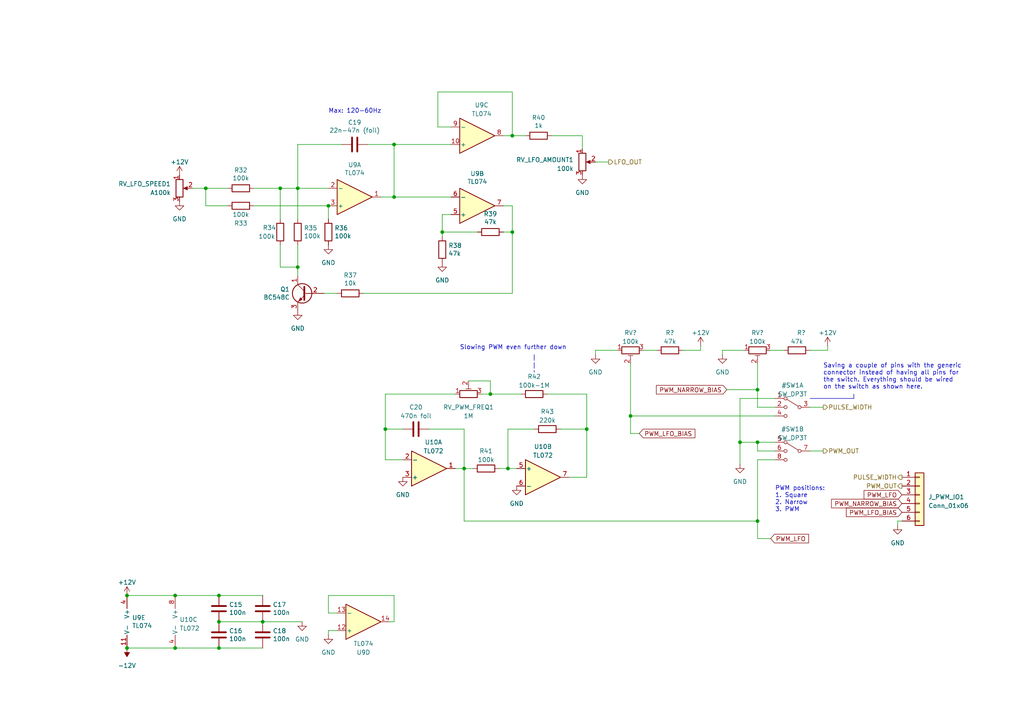
<source format=kicad_sch>
(kicad_sch (version 20230121) (generator eeschema)
  (paper "A4")
  (lib_symbols
    (symbol "+12V_1" (power) (pin_names (offset 0))
      (property "Value" "+12V_1" (at 0 3.556 0))
      (symbol "+12V_1_0_1"
        (polyline (pts (xy -0.762 1.27) (xy 0 2.54)))
        (polyline (pts (xy 0 0) (xy 0 2.54)))
        (polyline (pts (xy 0 2.54) (xy 0.762 1.27)))
      )
      (symbol "+12V_1_1_1"
        (pin power_in line (at 0 0 90) (length 0) hide (name "+12V") (number "1"))
      )
    )
    (symbol "+12V_2" (power) (pin_names (offset 0))
      (property "Value" "+12V_2" (at 0 3.556 0))
      (symbol "+12V_2_0_1"
        (polyline (pts (xy -0.762 1.27) (xy 0 2.54)))
        (polyline (pts (xy 0 0) (xy 0 2.54)))
        (polyline (pts (xy 0 2.54) (xy 0.762 1.27)))
      )
      (symbol "+12V_2_1_1"
        (pin power_in line (at 0 0 90) (length 0) hide (name "+12V") (number "1"))
      )
    )
    (symbol "+12V_3" (power) (pin_names (offset 0))
      (property "Value" "+12V_3" (at 0 3.556 0))
      (symbol "+12V_3_0_1"
        (polyline (pts (xy -0.762 1.27) (xy 0 2.54)))
        (polyline (pts (xy 0 0) (xy 0 2.54)))
        (polyline (pts (xy 0 2.54) (xy 0.762 1.27)))
      )
      (symbol "+12V_3_1_1"
        (pin power_in line (at 0 0 90) (length 0) hide (name "+12V") (number "1"))
      )
    )
    (symbol "Amplifier_Operational:TL072" (pin_names (offset 0.127))
      (property "Reference" "U" (at 0 5.08 0))
      (property "Value" "TL072" (at 0 -5.08 0))
      (symbol "TL072_1_1"
        (polyline (pts (xy -5.08 5.08) (xy 5.08 0) (xy -5.08 -5.08) (xy -5.08 5.08)) (stroke (width 0.254)) (fill (type background)))
        (pin output line (at 7.62 0 180) (length 2.54) (name "~") (number "1"))
        (pin input line (at -7.62 -2.54 0) (length 2.54) (name "-") (number "2"))
        (pin input line (at -7.62 2.54 0) (length 2.54) (name "+") (number "3"))
      )
      (symbol "TL072_2_1"
        (polyline (pts (xy -5.08 5.08) (xy 5.08 0) (xy -5.08 -5.08) (xy -5.08 5.08)) (stroke (width 0.254)) (fill (type background)))
        (pin input line (at -7.62 2.54 0) (length 2.54) (name "+") (number "5"))
        (pin input line (at -7.62 -2.54 0) (length 2.54) (name "-") (number "6"))
        (pin output line (at 7.62 0 180) (length 2.54) (name "~") (number "7"))
      )
      (symbol "TL072_3_1"
        (pin power_in line (at -2.54 -7.62 90) (length 3.81) (name "V-") (number "4"))
        (pin power_in line (at -2.54 7.62 270) (length 3.81) (name "V+") (number "8"))
      )
    )
    (symbol "Amplifier_Operational:TL074" (pin_names (offset 0.127))
      (property "Reference" "U" (at 0 5.08 0))
      (property "Value" "TL074" (at 0 -5.08 0))
      (symbol "TL074_1_1"
        (polyline (pts (xy -5.08 5.08) (xy 5.08 0) (xy -5.08 -5.08) (xy -5.08 5.08)) (stroke (width 0.254)) (fill (type background)))
        (pin output line (at 7.62 0 180) (length 2.54) (name "~") (number "1"))
        (pin input line (at -7.62 -2.54 0) (length 2.54) (name "-") (number "2"))
        (pin input line (at -7.62 2.54 0) (length 2.54) (name "+") (number "3"))
      )
      (symbol "TL074_2_1"
        (polyline (pts (xy -5.08 5.08) (xy 5.08 0) (xy -5.08 -5.08) (xy -5.08 5.08)) (stroke (width 0.254)) (fill (type background)))
        (pin input line (at -7.62 2.54 0) (length 2.54) (name "+") (number "5"))
        (pin input line (at -7.62 -2.54 0) (length 2.54) (name "-") (number "6"))
        (pin output line (at 7.62 0 180) (length 2.54) (name "~") (number "7"))
      )
      (symbol "TL074_3_1"
        (polyline (pts (xy -5.08 5.08) (xy 5.08 0) (xy -5.08 -5.08) (xy -5.08 5.08)) (stroke (width 0.254)) (fill (type background)))
        (pin input line (at -7.62 2.54 0) (length 2.54) (name "+") (number "10"))
        (pin output line (at 7.62 0 180) (length 2.54) (name "~") (number "8"))
        (pin input line (at -7.62 -2.54 0) (length 2.54) (name "-") (number "9"))
      )
      (symbol "TL074_4_1"
        (polyline (pts (xy -5.08 5.08) (xy 5.08 0) (xy -5.08 -5.08) (xy -5.08 5.08)) (stroke (width 0.254)) (fill (type background)))
        (pin input line (at -7.62 2.54 0) (length 2.54) (name "+") (number "12"))
        (pin input line (at -7.62 -2.54 0) (length 2.54) (name "-") (number "13"))
        (pin output line (at 7.62 0 180) (length 2.54) (name "~") (number "14"))
      )
      (symbol "TL074_5_1"
        (pin power_in line (at -2.54 -7.62 90) (length 3.81) (name "V-") (number "11"))
        (pin power_in line (at -2.54 7.62 270) (length 3.81) (name "V+") (number "4"))
      )
    )
    (symbol "Connector_Generic:Conn_01x06" (pin_names (offset 1.016) hide)
      (property "Reference" "J" (at 0 7.62 0))
      (property "Value" "Conn_01x06" (at 0 -10.16 0))
      (symbol "Conn_01x06_1_1"
        (rectangle (start -1.27 -7.493) (end 0 -7.747) (stroke (width 0.1524)))
        (rectangle (start -1.27 -4.953) (end 0 -5.207) (stroke (width 0.1524)))
        (rectangle (start -1.27 -2.413) (end 0 -2.667) (stroke (width 0.1524)))
        (rectangle (start -1.27 0.127) (end 0 -0.127) (stroke (width 0.1524)))
        (rectangle (start -1.27 2.667) (end 0 2.413) (stroke (width 0.1524)))
        (rectangle (start -1.27 5.207) (end 0 4.953) (stroke (width 0.1524)))
        (rectangle (start -1.27 6.35) (end 1.27 -8.89) (stroke (width 0.254)) (fill (type background)))
        (pin passive line (at -5.08 5.08 0) (length 3.81) (name "Pin_1") (number "1"))
        (pin passive line (at -5.08 2.54 0) (length 3.81) (name "Pin_2") (number "2"))
        (pin passive line (at -5.08 0 0) (length 3.81) (name "Pin_3") (number "3"))
        (pin passive line (at -5.08 -2.54 0) (length 3.81) (name "Pin_4") (number "4"))
        (pin passive line (at -5.08 -5.08 0) (length 3.81) (name "Pin_5") (number "5"))
        (pin passive line (at -5.08 -7.62 0) (length 3.81) (name "Pin_6") (number "6"))
      )
    )
    (symbol "Device:C" (pin_numbers hide) (pin_names (offset 0.254))
      (property "Reference" "C" (at 0.635 2.54 0))
      (property "Value" "C" (at 0.635 -2.54 0))
      (symbol "C_0_1"
        (polyline (pts (xy -2.032 -0.762) (xy 2.032 -0.762)) (stroke (width 0.508)))
        (polyline (pts (xy -2.032 0.762) (xy 2.032 0.762)) (stroke (width 0.508)))
      )
      (symbol "C_1_1"
        (pin passive line (at 0 3.81 270) (length 2.794) (name "~") (number "1"))
        (pin passive line (at 0 -3.81 90) (length 2.794) (name "~") (number "2"))
      )
    )
    (symbol "Device:R" (pin_numbers hide) (pin_names (offset 0))
      (property "Reference" "R" (at 2.032 0 90))
      (property "Value" "R" (at 0 0 90))
      (symbol "R_0_1"
        (rectangle (start -1.016 -2.54) (end 1.016 2.54) (stroke (width 0.254)))
      )
      (symbol "R_1_1"
        (pin passive line (at 0 3.81 270) (length 1.27) (name "~") (number "1"))
        (pin passive line (at 0 -3.81 90) (length 1.27) (name "~") (number "2"))
      )
    )
    (symbol "Device:R_Potentiometer" (pin_names (offset 1.016) hide)
      (property "Reference" "RV" (at -4.445 0 90))
      (property "Value" "R_Potentiometer" (at -2.54 0 90))
      (symbol "R_Potentiometer_0_1"
        (polyline (pts (xy 2.54 0) (xy 1.524 0)))
        (polyline (pts (xy 1.143 0) (xy 2.286 0.508) (xy 2.286 -0.508) (xy 1.143 0)) (fill (type outline)))
        (rectangle (start 1.016 2.54) (end -1.016 -2.54) (stroke (width 0.254)))
      )
      (symbol "R_Potentiometer_1_1"
        (pin passive line (at 0 3.81 270) (length 1.27) (name "1") (number "1"))
        (pin passive line (at 3.81 0 180) (length 1.27) (name "2") (number "2"))
        (pin passive line (at 0 -3.81 90) (length 1.27) (name "3") (number "3"))
      )
    )
    (symbol "Device:R_Potentiometer_Trim" (pin_names (offset 1.016) hide)
      (property "Reference" "RV" (at -4.445 0 90))
      (property "Value" "R_Potentiometer_Trim" (at -2.54 0 90))
      (symbol "R_Potentiometer_Trim_0_1"
        (polyline (pts (xy 1.524 0.762) (xy 1.524 -0.762)))
        (polyline (pts (xy 2.54 0) (xy 1.524 0)))
        (rectangle (start 1.016 2.54) (end -1.016 -2.54) (stroke (width 0.254)))
      )
      (symbol "R_Potentiometer_Trim_1_1"
        (pin passive line (at 0 3.81 270) (length 1.27) (name "1") (number "1"))
        (pin passive line (at 3.81 0 180) (length 1.27) (name "2") (number "2"))
        (pin passive line (at 0 -3.81 90) (length 1.27) (name "3") (number "3"))
      )
    )
    (symbol "GND_1" (power) (pin_names (offset 0))
      (property "Value" "GND_1" (at 0 -3.81 0))
      (symbol "GND_1_0_1"
        (polyline (pts (xy 0 0) (xy 0 -1.27) (xy 1.27 -1.27) (xy 0 -2.54) (xy -1.27 -1.27) (xy 0 -1.27)))
      )
      (symbol "GND_1_1_1"
        (pin power_in line (at 0 0 270) (length 0) hide (name "GND") (number "1"))
      )
    )
    (symbol "GND_10" (power) (pin_names (offset 0))
      (property "Value" "GND_10" (at 0 -3.81 0))
      (symbol "GND_10_0_1"
        (polyline (pts (xy 0 0) (xy 0 -1.27) (xy 1.27 -1.27) (xy 0 -2.54) (xy -1.27 -1.27) (xy 0 -1.27)))
      )
      (symbol "GND_10_1_1"
        (pin power_in line (at 0 0 270) (length 0) hide (name "GND") (number "1"))
      )
    )
    (symbol "GND_11" (power) (pin_names (offset 0))
      (property "Value" "GND_11" (at 0 -3.81 0))
      (symbol "GND_11_0_1"
        (polyline (pts (xy 0 0) (xy 0 -1.27) (xy 1.27 -1.27) (xy 0 -2.54) (xy -1.27 -1.27) (xy 0 -1.27)))
      )
      (symbol "GND_11_1_1"
        (pin power_in line (at 0 0 270) (length 0) hide (name "GND") (number "1"))
      )
    )
    (symbol "GND_2" (power) (pin_names (offset 0))
      (property "Value" "GND_2" (at 0 -3.81 0))
      (symbol "GND_2_0_1"
        (polyline (pts (xy 0 0) (xy 0 -1.27) (xy 1.27 -1.27) (xy 0 -2.54) (xy -1.27 -1.27) (xy 0 -1.27)))
      )
      (symbol "GND_2_1_1"
        (pin power_in line (at 0 0 270) (length 0) hide (name "GND") (number "1"))
      )
    )
    (symbol "GND_3" (power) (pin_names (offset 0))
      (property "Value" "GND_3" (at 0 -3.81 0))
      (symbol "GND_3_0_1"
        (polyline (pts (xy 0 0) (xy 0 -1.27) (xy 1.27 -1.27) (xy 0 -2.54) (xy -1.27 -1.27) (xy 0 -1.27)))
      )
      (symbol "GND_3_1_1"
        (pin power_in line (at 0 0 270) (length 0) hide (name "GND") (number "1"))
      )
    )
    (symbol "GND_4" (power) (pin_names (offset 0))
      (property "Value" "GND_4" (at 0 -3.81 0))
      (symbol "GND_4_0_1"
        (polyline (pts (xy 0 0) (xy 0 -1.27) (xy 1.27 -1.27) (xy 0 -2.54) (xy -1.27 -1.27) (xy 0 -1.27)))
      )
      (symbol "GND_4_1_1"
        (pin power_in line (at 0 0 270) (length 0) hide (name "GND") (number "1"))
      )
    )
    (symbol "GND_5" (power) (pin_names (offset 0))
      (property "Value" "GND_5" (at 0 -3.81 0))
      (symbol "GND_5_0_1"
        (polyline (pts (xy 0 0) (xy 0 -1.27) (xy 1.27 -1.27) (xy 0 -2.54) (xy -1.27 -1.27) (xy 0 -1.27)))
      )
      (symbol "GND_5_1_1"
        (pin power_in line (at 0 0 270) (length 0) hide (name "GND") (number "1"))
      )
    )
    (symbol "GND_6" (power) (pin_names (offset 0))
      (property "Value" "GND_6" (at 0 -3.81 0))
      (symbol "GND_6_0_1"
        (polyline (pts (xy 0 0) (xy 0 -1.27) (xy 1.27 -1.27) (xy 0 -2.54) (xy -1.27 -1.27) (xy 0 -1.27)))
      )
      (symbol "GND_6_1_1"
        (pin power_in line (at 0 0 270) (length 0) hide (name "GND") (number "1"))
      )
    )
    (symbol "GND_7" (power) (pin_names (offset 0))
      (property "Value" "GND_7" (at 0 -3.81 0))
      (symbol "GND_7_0_1"
        (polyline (pts (xy 0 0) (xy 0 -1.27) (xy 1.27 -1.27) (xy 0 -2.54) (xy -1.27 -1.27) (xy 0 -1.27)))
      )
      (symbol "GND_7_1_1"
        (pin power_in line (at 0 0 270) (length 0) hide (name "GND") (number "1"))
      )
    )
    (symbol "GND_8" (power) (pin_names (offset 0))
      (property "Value" "GND_8" (at 0 -3.81 0))
      (symbol "GND_8_0_1"
        (polyline (pts (xy 0 0) (xy 0 -1.27) (xy 1.27 -1.27) (xy 0 -2.54) (xy -1.27 -1.27) (xy 0 -1.27)))
      )
      (symbol "GND_8_1_1"
        (pin power_in line (at 0 0 270) (length 0) hide (name "GND") (number "1"))
      )
    )
    (symbol "GND_9" (power) (pin_names (offset 0))
      (property "Value" "GND_9" (at 0 -3.81 0))
      (symbol "GND_9_0_1"
        (polyline (pts (xy 0 0) (xy 0 -1.27) (xy 1.27 -1.27) (xy 0 -2.54) (xy -1.27 -1.27) (xy 0 -1.27)))
      )
      (symbol "GND_9_1_1"
        (pin power_in line (at 0 0 270) (length 0) hide (name "GND") (number "1"))
      )
    )
    (symbol "Switch:SW_DP3T" (pin_names (offset 0) hide)
      (property "Reference" "SW" (at 0 5.08 0))
      (property "Value" "SW_DP3T" (at 0 -5.08 0))
      (symbol "SW_DP3T_0_1"
        (circle (center -2.032 0) (radius 0.4572))
        (polyline (pts (xy -1.651 0.254) (xy 1.651 2.286)))
        (circle (center 2.032 -2.54) (radius 0.4572))
        (circle (center 2.032 0) (radius 0.4572))
        (circle (center 2.032 2.54) (radius 0.4572))
      )
      (symbol "SW_DP3T_1_1"
        (pin passive line (at 5.08 2.54 180) (length 2.54) (name "1") (number "1"))
        (pin passive line (at 5.08 0 180) (length 2.54) (name "2") (number "2"))
        (pin passive line (at -5.08 0 0) (length 2.54) (name "3") (number "3"))
        (pin passive line (at 5.08 -2.54 180) (length 2.54) (name "4") (number "4"))
      )
      (symbol "SW_DP3T_2_1"
        (pin passive line (at 5.08 2.54 180) (length 2.54) (name "5") (number "5"))
        (pin passive line (at 5.08 0 180) (length 2.54) (name "6") (number "6"))
        (pin passive line (at -5.08 0 0) (length 2.54) (name "7") (number "7"))
        (pin passive line (at 5.08 -2.54 180) (length 2.54) (name "8") (number "8"))
      )
    )
    (symbol "Transistor_BJT:BC548" (pin_names (offset 0) hide)
      (property "Reference" "Q" (at 5.08 1.905 0))
      (property "Value" "BC548" (at 5.08 0 0))
      (symbol "BC548_0_1"
        (polyline (pts (xy 0 0) (xy 0.635 0)))
        (polyline (pts (xy 0.635 0.635) (xy 2.54 2.54)))
        (polyline (pts (xy 0.635 -0.635) (xy 2.54 -2.54) (xy 2.54 -2.54)))
        (polyline (pts (xy 0.635 1.905) (xy 0.635 -1.905) (xy 0.635 -1.905)) (stroke (width 0.508)))
        (polyline (pts (xy 1.27 -1.778) (xy 1.778 -1.27) (xy 2.286 -2.286) (xy 1.27 -1.778) (xy 1.27 -1.778)) (fill (type outline)))
        (circle (center 1.27 0) (radius 2.8194) (stroke (width 0.254)))
      )
      (symbol "BC548_1_1"
        (pin passive line (at 2.54 5.08 270) (length 2.54) (name "C") (number "1"))
        (pin input line (at -5.08 0 0) (length 5.08) (name "B") (number "2"))
        (pin passive line (at 2.54 -5.08 90) (length 2.54) (name "E") (number "3"))
      )
    )
    (symbol "power:+12V" (power) (pin_names (offset 0))
      (property "Value" "+12V" (at 0 3.556 0))
      (symbol "+12V_0_1"
        (polyline (pts (xy -0.762 1.27) (xy 0 2.54)))
        (polyline (pts (xy 0 0) (xy 0 2.54)))
        (polyline (pts (xy 0 2.54) (xy 0.762 1.27)))
      )
      (symbol "+12V_1_1"
        (pin power_in line (at 0 0 90) (length 0) hide (name "+12V") (number "1"))
      )
    )
    (symbol "power:-12V" (power) (pin_names (offset 0))
      (property "Value" "-12V" (at 0 3.81 0))
      (symbol "-12V_0_0"
        (pin power_in line (at 0 0 90) (length 0) hide (name "-12V") (number "1"))
      )
      (symbol "-12V_0_1"
        (polyline (pts (xy 0 0) (xy 0 1.27) (xy 0.762 1.27) (xy 0 2.54) (xy -0.762 1.27) (xy 0 1.27)) (fill (type outline)))
      )
    )
    (symbol "power:GND" (power) (pin_names (offset 0))
      (property "Value" "GND" (at 0 -3.81 0))
      (symbol "GND_0_1"
        (polyline (pts (xy 0 0) (xy 0 -1.27) (xy 1.27 -1.27) (xy 0 -2.54) (xy -1.27 -1.27) (xy 0 -1.27)))
      )
      (symbol "GND_1_1"
        (pin power_in line (at 0 0 270) (length 0) hide (name "GND") (number "1"))
      )
    )
  )
  (junction (at 81.28 54.61))
  (junction (at 114.3 41.91))
  (junction (at 219.71 128.27))
  (junction (at 182.88 120.65))
  (junction (at 86.36 77.47))
  (junction (at 63.5 187.96))
  (junction (at 147.32 135.89))
  (junction (at 111.76 124.46))
  (junction (at 63.5 180.34))
  (junction (at 86.36 54.61))
  (junction (at 50.8 172.72))
  (junction (at 114.3 57.15))
  (junction (at 36.83 187.96))
  (junction (at 63.5 172.72))
  (junction (at 142.24 114.3))
  (junction (at 219.71 151.13))
  (junction (at 50.8 187.96))
  (junction (at 59.69 54.61))
  (junction (at 134.62 135.89))
  (junction (at 128.27 67.31))
  (junction (at 36.83 172.72))
  (junction (at 76.2 180.34))
  (junction (at 148.59 39.37))
  (junction (at 214.63 128.27))
  (junction (at 219.71 113.03))
  (junction (at 95.25 59.69))
  (junction (at 148.59 67.31))
  (junction (at 170.18 124.46))
  (wire (pts (xy 214.63 128.27) (xy 219.71 128.27)))
  (wire (pts (xy 66.04 59.69) (xy 59.69 59.69)))
  (wire (pts (xy 219.71 113.03) (xy 219.71 118.11)))
  (wire (pts (xy 158.75 114.3) (xy 170.18 114.3)))
  (wire (pts (xy 86.36 41.91) (xy 99.06 41.91)))
  (wire (pts (xy 134.62 124.46) (xy 134.62 135.89)))
  (wire (pts (xy 63.5 172.72) (xy 76.2 172.72)))
  (wire (pts (xy 63.5 187.96) (xy 76.2 187.96)))
  (wire (pts (xy 147.32 135.89) (xy 149.86 135.89)))
  (wire (pts (xy 162.56 124.46) (xy 170.18 124.46)))
  (wire (pts (xy 127 26.67) (xy 148.59 26.67)))
  (wire (pts (xy 185.42 125.73) (xy 182.88 125.73)))
  (wire (pts (xy 240.03 101.6) (xy 234.95 101.6)))
  (wire (pts (xy 81.28 77.47) (xy 86.36 77.47)))
  (wire (pts (xy 111.76 124.46) (xy 111.76 133.35)))
  (wire (pts (xy 95.25 59.69) (xy 95.25 63.5)))
  (wire (pts (xy 81.28 54.61) (xy 86.36 54.61)))
  (wire (pts (xy 114.3 41.91) (xy 114.3 57.15)))
  (wire (pts (xy 219.71 105.41) (xy 219.71 113.03)))
  (wire (pts (xy 59.69 54.61) (xy 66.04 54.61)))
  (wire (pts (xy 170.18 124.46) (xy 170.18 138.43)))
  (wire (pts (xy 186.69 101.6) (xy 190.5 101.6)))
  (wire (pts (xy 132.08 135.89) (xy 134.62 135.89)))
  (wire (pts (xy 146.05 59.69) (xy 148.59 59.69)))
  (wire (pts (xy 219.71 130.81) (xy 219.71 128.27)))
  (wire (pts (xy 152.4 39.37) (xy 148.59 39.37)))
  (wire (pts (xy 86.36 77.47) (xy 86.36 71.12)))
  (wire (pts (xy 127 36.83) (xy 127 26.67)))
  (wire (pts (xy 219.71 156.21) (xy 219.71 151.13)))
  (wire (pts (xy 203.2 101.6) (xy 198.12 101.6)))
  (wire (pts (xy 154.94 124.46) (xy 147.32 124.46)))
  (wire (pts (xy 210.82 113.03) (xy 219.71 113.03)))
  (wire (pts (xy 86.36 54.61) (xy 86.36 63.5)))
  (wire (pts (xy 138.43 67.31) (xy 128.27 67.31)))
  (wire (pts (xy 59.69 59.69) (xy 59.69 54.61)))
  (wire (pts (xy 95.25 177.8) (xy 95.25 172.72)))
  (wire (pts (xy 106.68 41.91) (xy 114.3 41.91)))
  (wire (pts (xy 114.3 41.91) (xy 130.81 41.91)))
  (wire (pts (xy 124.46 124.46) (xy 134.62 124.46)))
  (wire (pts (xy 214.63 134.62) (xy 214.63 128.27)))
  (wire (pts (xy 224.79 115.57) (xy 214.63 115.57)))
  (wire (pts (xy 95.25 184.15) (xy 95.25 182.88)))
  (wire (pts (xy 135.89 110.49) (xy 142.24 110.49)))
  (wire (pts (xy 142.24 114.3) (xy 151.13 114.3)))
  (wire (pts (xy 176.53 46.99) (xy 172.72 46.99)))
  (wire (pts (xy 97.79 177.8) (xy 95.25 177.8)))
  (wire (pts (xy 73.66 59.69) (xy 95.25 59.69)))
  (wire (pts (xy 139.7 114.3) (xy 142.24 114.3)))
  (wire (pts (xy 114.3 180.34) (xy 113.03 180.34)))
  (wire (pts (xy 114.3 172.72) (xy 114.3 180.34)))
  (wire (pts (xy 209.55 102.87) (xy 209.55 101.6)))
  (polyline (pts (xy 234.95 115.57) (xy 247.65 115.57)))
  (wire (pts (xy 146.05 67.31) (xy 148.59 67.31)))
  (wire (pts (xy 73.66 54.61) (xy 81.28 54.61)))
  (polyline (pts (xy 247.65 114.3) (xy 247.65 115.57)))
  (wire (pts (xy 114.3 57.15) (xy 130.81 57.15)))
  (wire (pts (xy 50.8 172.72) (xy 63.5 172.72)))
  (wire (pts (xy 128.27 67.31) (xy 128.27 68.58)))
  (wire (pts (xy 95.25 172.72) (xy 114.3 172.72)))
  (wire (pts (xy 81.28 71.12) (xy 81.28 77.47)))
  (wire (pts (xy 76.2 180.34) (xy 63.5 180.34)))
  (wire (pts (xy 214.63 115.57) (xy 214.63 128.27)))
  (wire (pts (xy 36.83 172.72) (xy 50.8 172.72)))
  (wire (pts (xy 148.59 39.37) (xy 146.05 39.37)))
  (wire (pts (xy 260.35 151.13) (xy 261.62 151.13)))
  (wire (pts (xy 86.36 80.01) (xy 86.36 77.47)))
  (wire (pts (xy 86.36 41.91) (xy 86.36 54.61)))
  (wire (pts (xy 219.71 133.35) (xy 224.79 133.35)))
  (wire (pts (xy 223.52 156.21) (xy 219.71 156.21)))
  (wire (pts (xy 55.88 54.61) (xy 59.69 54.61)))
  (wire (pts (xy 182.88 120.65) (xy 224.79 120.65)))
  (wire (pts (xy 234.95 130.81) (xy 238.76 130.81)))
  (wire (pts (xy 219.71 151.13) (xy 219.71 133.35)))
  (wire (pts (xy 148.59 26.67) (xy 148.59 39.37)))
  (wire (pts (xy 86.36 54.61) (xy 95.25 54.61)))
  (wire (pts (xy 36.83 187.96) (xy 50.8 187.96)))
  (wire (pts (xy 147.32 124.46) (xy 147.32 135.89)))
  (wire (pts (xy 168.91 39.37) (xy 168.91 43.18)))
  (wire (pts (xy 81.28 63.5) (xy 81.28 54.61)))
  (wire (pts (xy 130.81 62.23) (xy 128.27 62.23)))
  (polyline (pts (xy 154.94 102.87) (xy 154.94 107.95)) (stroke (width 0) (type dash)))
  (wire (pts (xy 219.71 128.27) (xy 224.79 128.27)))
  (wire (pts (xy 128.27 62.23) (xy 128.27 67.31)))
  (wire (pts (xy 223.52 101.6) (xy 227.33 101.6)))
  (wire (pts (xy 132.08 114.3) (xy 111.76 114.3)))
  (wire (pts (xy 234.95 118.11) (xy 238.76 118.11)))
  (wire (pts (xy 148.59 59.69) (xy 148.59 67.31)))
  (wire (pts (xy 148.59 85.09) (xy 105.41 85.09)))
  (wire (pts (xy 130.81 36.83) (xy 127 36.83)))
  (wire (pts (xy 240.03 100.33) (xy 240.03 101.6)))
  (wire (pts (xy 219.71 118.11) (xy 224.79 118.11)))
  (wire (pts (xy 87.63 180.34) (xy 76.2 180.34)))
  (wire (pts (xy 182.88 125.73) (xy 182.88 120.65)))
  (wire (pts (xy 111.76 133.35) (xy 116.84 133.35)))
  (wire (pts (xy 260.35 152.4) (xy 260.35 151.13)))
  (wire (pts (xy 172.72 101.6) (xy 179.07 101.6)))
  (wire (pts (xy 114.3 57.15) (xy 110.49 57.15)))
  (wire (pts (xy 97.79 85.09) (xy 93.98 85.09)))
  (wire (pts (xy 170.18 138.43) (xy 165.1 138.43)))
  (wire (pts (xy 160.02 39.37) (xy 168.91 39.37)))
  (wire (pts (xy 142.24 110.49) (xy 142.24 114.3)))
  (wire (pts (xy 116.84 124.46) (xy 111.76 124.46)))
  (wire (pts (xy 134.62 135.89) (xy 137.16 135.89)))
  (wire (pts (xy 224.79 130.81) (xy 219.71 130.81)))
  (wire (pts (xy 148.59 67.31) (xy 148.59 85.09)))
  (wire (pts (xy 182.88 105.41) (xy 182.88 120.65)))
  (wire (pts (xy 209.55 101.6) (xy 215.9 101.6)))
  (wire (pts (xy 95.25 182.88) (xy 97.79 182.88)))
  (wire (pts (xy 144.78 135.89) (xy 147.32 135.89)))
  (wire (pts (xy 134.62 151.13) (xy 219.71 151.13)))
  (wire (pts (xy 111.76 114.3) (xy 111.76 124.46)))
  (wire (pts (xy 170.18 114.3) (xy 170.18 124.46)))
  (wire (pts (xy 203.2 100.33) (xy 203.2 101.6)))
  (wire (pts (xy 172.72 102.87) (xy 172.72 101.6)))
  (wire (pts (xy 134.62 151.13) (xy 134.62 135.89)))
  (wire (pts (xy 50.8 187.96) (xy 63.5 187.96)))
  (text "Saving a couple of pins with the generic\nconnector instead of having all pins for \nthe switch. Everything should be wired \non the switch as shown here." (at 238.76 113.03 0) (effects (font (size 1.27 1.27)) (justify left bottom)))
  (text "Max: 120-60Hz" (at 95.25 33.02 0) (effects (font (size 1.27 1.27)) (justify left bottom)))
  (text "PWM positions:\n1. Square\n2. Narrow\n3. PWM" (at 224.79 148.59 0) (effects (font (size 1.27 1.27)) (justify left bottom)))
  (text "Slowing PWM even further down" (at 133.35 101.6 0) (effects (font (size 1.27 1.27)) (justify left bottom)))
  (global_label "PWM_LFO" (shape input) (at 261.62 143.51 180) (property "Intersheetrefs" "${INTERSHEET_REFS}" (effects hide)))
  (global_label "PWM_LFO_BIAS" (shape input) (at 185.42 125.73 0) (property "Intersheetrefs" "${INTERSHEET_REFS}" (effects hide)))
  (global_label "PWM_NARROW_BIAS" (shape input) (at 210.82 113.03 180) (property "Intersheetrefs" "${INTERSHEET_REFS}" (effects hide)))
  (global_label "PWM_LFO_BIAS" (shape input) (at 261.62 148.59 180) (property "Intersheetrefs" "${INTERSHEET_REFS}" (effects hide)))
  (global_label "PWM_LFO" (shape input) (at 223.52 156.21 0) (property "Intersheetrefs" "${INTERSHEET_REFS}" (effects hide)))
  (global_label "PWM_NARROW_BIAS" (shape input) (at 261.62 146.05 180) (property "Intersheetrefs" "${INTERSHEET_REFS}" (effects hide)))
  (hierarchical_label "PULSE_WIDTH" (shape output) (at 261.62 138.43 180))
  (hierarchical_label "LFO_OUT" (shape output) (at 176.53 46.99 0))
  (hierarchical_label "PWM_OUT" (shape output) (at 238.76 130.81 0))
  (hierarchical_label "PWM_OUT" (shape output) (at 261.62 140.97 180))
  (hierarchical_label "PULSE_WIDTH" (shape output) (at 238.76 118.11 0))
  (symbol (lib_id "Device:R") (at 194.31 101.6 90) (unit 1)
    (property "Reference" "R?" (at 194.31 96.52 90))
    (property "Value" "47k" (at 194.31 99.06 90))
    (property "Footprint" "Shmoergh_Custom_Footprints:R_Axial_DIN0207_L6.3mm_D2.5mm_P7.62mm_Horizontal" (effects hide))
    (instances (project "shmoergh-funk-live-control" (path "" (reference "R?") (unit 1)) (path "" (reference "R44") (unit 1))))
  )
  (symbol (lib_id "Device:R") (at 128.27 72.39 0) (unit 1)
    (property "Reference" "R38" (at 130.048 71.2216 0) (effects (justify left)))
    (property "Value" "47k" (at 130.048 73.533 0) (effects (justify left)))
    (property "Footprint" "Shmoergh_Custom_Footprints:R_Axial_DIN0207_L6.3mm_D2.5mm_P7.62mm_Horizontal" (effects hide))
    (instances (project "shmoergh-funk-live-control" (path "" (reference "R38") (unit 1))) (project "hog-f1-control" (path "" (reference "R?") (unit 1))))
  )
  (symbol (lib_id "Amplifier_Operational:TL074") (at 102.87 57.15 0) (mirror x) (unit 1)
    (property "Reference" "U9" (at 102.87 47.8282 0))
    (property "Value" "TL074" (at 102.87 50.1396 0))
    (property "Footprint" "PCM_Package_DIP_AKL:DIP-14_W7.62mm_LongPads" (effects hide))
    (property "Datasheet" "http://www.ti.com/lit/ds/symlink/tl071.pdf" (effects hide))
    (instances (project "shmoergh-funk-live-control" (path "" (reference "U9") (unit 1))) (project "hog-f1-control" (path "" (reference "U?") (unit 1))))
  )
  (symbol (lib_name "GND_11") (lib_id "power:GND") (at 209.55 102.87 0) (unit 1)
    (property "Reference" "#PWR056" (effects hide))
    (property "Value" "GND" (at 209.55 107.95 0))
  )
  (symbol (lib_id "Device:R_Potentiometer_Trim") (at 182.88 101.6 90) (mirror x) (unit 1)
    (property "Reference" "RV?" (at 182.88 96.52 90))
    (property "Value" "100k" (at 182.88 99.06 90))
    (property "Footprint" "Potentiometer_THT:Potentiometer_Runtron_RM-065_Vertical" (effects hide))
    (instances (project "shmoergh-funk-live-control" (path "" (reference "RV?") (unit 1)) (path "" (reference "RV_PWM_BIAS1") (unit 1))))
  )
  (symbol (lib_id "Device:R_Potentiometer") (at 52.07 54.61 0) (unit 1)
    (property "Reference" "RV_LFO_SPEED1" (at 49.53 53.34 0) (effects (justify right)))
    (property "Value" "A100k" (at 49.53 55.88 0) (effects (justify right)))
    (property "Footprint" "Shmoergh_Custom_Footprints:NSL25_01x03_Vertical" (effects hide))
  )
  (symbol (lib_id "Device:R_Potentiometer") (at 168.91 46.99 0) (unit 1)
    (property "Reference" "RV_LFO_AMOUNT1" (at 166.37 46.355 0) (effects (justify right)))
    (property "Value" "100k" (at 166.37 48.895 0) (effects (justify right)))
    (property "Footprint" "Shmoergh_Custom_Footprints:NSL25_01x03_Vertical" (effects hide))
  )
  (symbol (lib_id "Device:C") (at 76.2 176.53 0) (unit 1)
    (property "Reference" "C17" (at 79.121 175.3616 0) (effects (justify left)))
    (property "Value" "100n" (at 79.121 177.673 0) (effects (justify left)))
    (property "Footprint" "Capacitor_THT:C_Disc_D3.0mm_W2.0mm_P2.50mm" (effects hide))
    (instances (project "shmoergh-funk-live-control" (path "" (reference "C17") (unit 1))) (project "hog-f1-control" (path "" (reference "C?") (unit 1))))
  )
  (symbol (lib_name "GND_2") (lib_id "power:GND") (at 168.91 50.8 0) (unit 1)
    (property "Reference" "#PWR053" (effects hide))
    (property "Value" "GND" (at 168.91 55.88 0))
  )
  (symbol (lib_name "GND_5") (lib_id "power:GND") (at 149.86 140.97 0) (unit 1)
    (property "Reference" "#PWR052" (effects hide))
    (property "Value" "GND" (at 149.86 146.05 0))
  )
  (symbol (lib_name "GND_4") (lib_id "power:GND") (at 116.84 138.43 0) (unit 1)
    (property "Reference" "#PWR051" (effects hide))
    (property "Value" "GND" (at 116.84 143.51 0))
  )
  (symbol (lib_id "Device:R") (at 158.75 124.46 90) (unit 1)
    (property "Reference" "R43" (at 158.75 119.38 90))
    (property "Value" "220k" (at 158.75 121.92 90))
    (property "Footprint" "Shmoergh_Custom_Footprints:R_Axial_DIN0207_L6.3mm_D2.5mm_P7.62mm_Horizontal" (effects hide))
  )
  (symbol (lib_name "GND_1") (lib_id "power:GND") (at 52.07 58.42 0) (unit 1)
    (property "Reference" "#PWR045" (effects hide))
    (property "Value" "GND" (at 52.07 63.5 0))
  )
  (symbol (lib_id "Transistor_BJT:BC548") (at 88.9 85.09 0) (mirror y) (unit 1)
    (property "Reference" "Q1" (at 84.0486 83.9216 0) (effects (justify left)))
    (property "Value" "BC548C" (at 84.0486 86.233 0) (effects (justify left)))
    (property "Footprint" "PCM_Package_TO_SOT_THT_AKL:TO-92_Inline_Wide" (effects hide))
    (property "Datasheet" "https://www.onsemi.com/pub/Collateral/BC550-D.pdf" (effects hide))
    (instances (project "shmoergh-funk-live-control" (path "" (reference "Q1") (unit 1))) (project "hog-f1-control" (path "" (reference "Q?") (unit 1))))
  )
  (symbol (lib_id "Amplifier_Operational:TL074") (at 39.37 180.34 0) (unit 5)
    (property "Reference" "U9" (at 38.3032 179.1716 0) (effects (justify left)))
    (property "Value" "TL074" (at 38.3032 181.483 0) (effects (justify left)))
    (property "Footprint" "PCM_Package_DIP_AKL:DIP-14_W7.62mm_LongPads" (effects hide))
    (property "Datasheet" "http://www.ti.com/lit/ds/symlink/tl071.pdf" (effects hide))
    (instances (project "shmoergh-funk-live-control" (path "" (reference "U9") (unit 5))) (project "hog-f1-control" (path "" (reference "U?") (unit 5))))
  )
  (symbol (lib_name "GND_6") (lib_id "power:GND") (at 214.63 134.62 0) (unit 1)
    (property "Reference" "#PWR057" (effects hide))
    (property "Value" "GND" (at 214.63 139.7 0))
  )
  (symbol (lib_name "GND_3") (lib_id "power:GND") (at 95.25 184.15 0) (unit 1)
    (property "Reference" "#PWR049" (effects hide))
    (property "Value" "GND" (at 95.25 189.23 0))
  )
  (symbol (lib_id "power:GND") (at 87.63 180.34 0) (unit 1)
    (property "Reference" "#PWR047" (effects hide))
    (property "Value" "GND" (at 87.63 185.42 0))
  )
  (symbol (lib_id "Device:R") (at 95.25 67.31 0) (unit 1)
    (property "Reference" "R36" (at 97.028 66.1416 0) (effects (justify left)))
    (property "Value" "100k" (at 97.028 68.453 0) (effects (justify left)))
    (property "Footprint" "Shmoergh_Custom_Footprints:R_Axial_DIN0207_L6.3mm_D2.5mm_P7.62mm_Horizontal" (effects hide))
    (instances (project "shmoergh-funk-live-control" (path "" (reference "R36") (unit 1))) (project "hog-f1-control" (path "" (reference "R?") (unit 1))))
  )
  (symbol (lib_name "GND_8") (lib_id "power:GND") (at 128.27 76.2 0) (unit 1)
    (property "Reference" "#PWR050" (effects hide))
    (property "Value" "GND" (at 128.27 81.28 0))
  )
  (symbol (lib_id "Device:R") (at 142.24 67.31 270) (unit 1)
    (property "Reference" "R39" (at 142.24 62.0522 90))
    (property "Value" "47k" (at 142.24 64.3636 90))
    (property "Footprint" "Shmoergh_Custom_Footprints:R_Axial_DIN0207_L6.3mm_D2.5mm_P7.62mm_Horizontal" (effects hide))
    (instances (project "shmoergh-funk-live-control" (path "" (reference "R39") (unit 1))) (project "hog-f1-control" (path "" (reference "R?") (unit 1))))
  )
  (symbol (lib_id "Device:R_Potentiometer_Trim") (at 135.89 114.3 90) (unit 1)
    (property "Reference" "RV_PWM_FREQ1" (at 135.89 118.11 90))
    (property "Value" "1M" (at 135.89 120.65 90))
    (property "Footprint" "Potentiometer_THT:Potentiometer_Runtron_RM-065_Vertical" (effects hide))
  )
  (symbol (lib_id "Amplifier_Operational:TL074") (at 138.43 59.69 0) (mirror x) (unit 2)
    (property "Reference" "U9" (at 138.43 50.3682 0))
    (property "Value" "TL074" (at 138.43 52.6796 0))
    (property "Footprint" "PCM_Package_DIP_AKL:DIP-14_W7.62mm_LongPads" (effects hide))
    (property "Datasheet" "http://www.ti.com/lit/ds/symlink/tl071.pdf" (effects hide))
    (instances (project "shmoergh-funk-live-control" (path "" (reference "U9") (unit 2))) (project "hog-f1-control" (path "" (reference "U?") (unit 2))))
  )
  (symbol (lib_id "Amplifier_Operational:TL074") (at 105.41 180.34 0) (mirror x) (unit 4)
    (property "Reference" "U9" (at 105.41 189.23 0))
    (property "Value" "TL074" (at 105.41 186.69 0))
    (property "Footprint" "PCM_Package_DIP_AKL:DIP-14_W7.62mm_LongPads" (effects hide))
    (property "Datasheet" "http://www.ti.com/lit/ds/symlink/tl071.pdf" (effects hide))
  )
  (symbol (lib_id "Amplifier_Operational:TL072") (at 157.48 138.43 0) (unit 2)
    (property "Reference" "U10" (at 157.48 129.54 0))
    (property "Value" "TL072" (at 157.48 132.08 0))
    (property "Footprint" "PCM_Package_DIP_AKL:DIP-8_W7.62mm_LongPads" (effects hide))
    (property "Datasheet" "http://www.ti.com/lit/ds/symlink/tl071.pdf" (effects hide))
  )
  (symbol (lib_name "GND_7") (lib_id "power:GND") (at 95.25 71.12 0) (unit 1)
    (property "Reference" "#PWR048" (effects hide))
    (property "Value" "GND" (at 95.25 76.2 0))
  )
  (symbol (lib_id "Device:R") (at 81.28 67.31 0) (unit 1)
    (property "Reference" "R34" (at 76.2 66.04 0) (effects (justify left)))
    (property "Value" "100k" (at 74.93 68.58 0) (effects (justify left)))
    (property "Footprint" "Shmoergh_Custom_Footprints:R_Axial_DIN0207_L6.3mm_D2.5mm_P7.62mm_Horizontal" (effects hide))
    (instances (project "shmoergh-funk-live-control" (path "" (reference "R34") (unit 1))) (project "hog-f1-control" (path "" (reference "R?") (unit 1))))
  )
  (symbol (lib_id "Device:R") (at 231.14 101.6 90) (unit 1)
    (property "Reference" "R?" (at 232.41 96.52 90))
    (property "Value" "47k" (at 231.14 99.06 90))
    (property "Footprint" "Shmoergh_Custom_Footprints:R_Axial_DIN0207_L6.3mm_D2.5mm_P7.62mm_Horizontal" (effects hide))
    (instances (project "shmoergh-funk-live-control" (path "" (reference "R?") (unit 1)) (path "" (reference "R45") (unit 1))))
  )
  (symbol (lib_id "Amplifier_Operational:TL074") (at 138.43 39.37 0) (mirror x) (unit 3)
    (property "Reference" "U9" (at 139.7 30.48 0))
    (property "Value" "TL074" (at 139.7 33.02 0))
    (property "Footprint" "PCM_Package_DIP_AKL:DIP-14_W7.62mm_LongPads" (effects hide))
    (property "Datasheet" "http://www.ti.com/lit/ds/symlink/tl071.pdf" (effects hide))
  )
  (symbol (lib_id "Amplifier_Operational:TL072") (at 53.34 180.34 0) (unit 3)
    (property "Reference" "U10" (at 52.07 179.705 0) (effects (justify left)))
    (property "Value" "TL072" (at 52.07 182.245 0) (effects (justify left)))
    (property "Footprint" "PCM_Package_DIP_AKL:DIP-8_W7.62mm_LongPads" (effects hide))
    (property "Datasheet" "http://www.ti.com/lit/ds/symlink/tl071.pdf" (effects hide))
  )
  (symbol (lib_id "power:-12V") (at 36.83 187.96 180) (unit 1)
    (property "Reference" "#PWR043" (effects hide))
    (property "Value" "-12V" (at 36.83 193.04 0))
  )
  (symbol (lib_id "Device:C") (at 102.87 41.91 270) (unit 1)
    (property "Reference" "C19" (at 102.87 35.5092 90))
    (property "Value" "22n-47n (foil)" (at 102.87 37.8206 90))
    (property "Footprint" "Capacitor_THT:C_Rect_L7.0mm_W3.5mm_P5.00mm" (effects hide))
    (instances (project "shmoergh-funk-live-control" (path "" (reference "C19") (unit 1))) (project "hog-f1-control" (path "" (reference "C?") (unit 1))))
  )
  (symbol (lib_id "Device:R") (at 156.21 39.37 270) (unit 1)
    (property "Reference" "R40" (at 156.21 34.1122 90))
    (property "Value" "1k" (at 156.21 36.4236 90))
    (property "Footprint" "Shmoergh_Custom_Footprints:R_Axial_DIN0207_L6.3mm_D2.5mm_P7.62mm_Horizontal" (effects hide))
    (instances (project "shmoergh-funk-live-control" (path "" (reference "R40") (unit 1))) (project "hog-f1-control" (path "" (reference "R?") (unit 1))))
  )
  (symbol (lib_id "Device:C") (at 63.5 184.15 0) (unit 1)
    (property "Reference" "C16" (at 66.421 182.9816 0) (effects (justify left)))
    (property "Value" "100n" (at 66.421 185.293 0) (effects (justify left)))
    (property "Footprint" "Capacitor_THT:C_Disc_D3.0mm_W2.0mm_P2.50mm" (effects hide))
    (instances (project "shmoergh-funk-live-control" (path "" (reference "C16") (unit 1))) (project "hog-f1-control" (path "" (reference "C?") (unit 1))))
  )
  (symbol (lib_id "Device:R") (at 140.97 135.89 90) (unit 1)
    (property "Reference" "R41" (at 140.97 130.81 90))
    (property "Value" "100k" (at 140.97 133.35 90))
    (property "Footprint" "Shmoergh_Custom_Footprints:R_Axial_DIN0207_L6.3mm_D2.5mm_P7.62mm_Horizontal" (effects hide))
  )
  (symbol (lib_id "Device:R") (at 86.36 67.31 0) (unit 1)
    (property "Reference" "R35" (at 88.138 66.1416 0) (effects (justify left)))
    (property "Value" "100k" (at 88.138 68.453 0) (effects (justify left)))
    (property "Footprint" "Shmoergh_Custom_Footprints:R_Axial_DIN0207_L6.3mm_D2.5mm_P7.62mm_Horizontal" (effects hide))
    (instances (project "shmoergh-funk-live-control" (path "" (reference "R35") (unit 1))) (project "hog-f1-control" (path "" (reference "R?") (unit 1))))
  )
  (symbol (lib_id "Device:R_Potentiometer_Trim") (at 219.71 101.6 90) (mirror x) (unit 1)
    (property "Reference" "RV?" (at 219.71 96.52 90))
    (property "Value" "100k" (at 219.71 99.06 90))
    (property "Footprint" "Potentiometer_THT:Potentiometer_Runtron_RM-065_Vertical" (effects hide))
    (instances (project "shmoergh-funk-live-control" (path "" (reference "RV?") (unit 1)) (path "" (reference "RV_NARROW_BIAS1") (unit 1))))
  )
  (symbol (lib_id "power:+12V") (at 36.83 172.72 0) (unit 1)
    (property "Reference" "#PWR042" (effects hide))
    (property "Value" "+12V" (at 36.83 168.91 0))
  )
  (symbol (lib_id "Device:C") (at 63.5 176.53 0) (unit 1)
    (property "Reference" "C15" (at 66.421 175.3616 0) (effects (justify left)))
    (property "Value" "100n" (at 66.421 177.673 0) (effects (justify left)))
    (property "Footprint" "Capacitor_THT:C_Disc_D3.0mm_W2.0mm_P2.50mm" (effects hide))
    (instances (project "shmoergh-funk-live-control" (path "" (reference "C15") (unit 1))) (project "hog-f1-control" (path "" (reference "C?") (unit 1))))
  )
  (symbol (lib_name "GND_6") (lib_id "power:GND") (at 260.35 152.4 0) (unit 1)
    (property "Reference" "#PWR0138" (effects hide))
    (property "Value" "GND" (at 260.35 157.48 0))
  )
  (symbol (lib_id "Device:R") (at 101.6 85.09 270) (unit 1)
    (property "Reference" "R37" (at 101.6 79.8322 90))
    (property "Value" "10k" (at 101.6 82.1436 90))
    (property "Footprint" "Shmoergh_Custom_Footprints:R_Axial_DIN0207_L6.3mm_D2.5mm_P7.62mm_Horizontal" (effects hide))
    (instances (project "shmoergh-funk-live-control" (path "" (reference "R37") (unit 1))) (project "hog-f1-control" (path "" (reference "R?") (unit 1))))
  )
  (symbol (lib_id "Connector_Generic:Conn_01x06") (at 266.7 143.51 0) (unit 1)
    (property "Reference" "J_PWM_IO1" (at 269.24 144.145 0) (effects (justify left)))
    (property "Value" "Conn_01x06" (at 269.24 146.685 0) (effects (justify left)))
    (property "Footprint" "Shmoergh_Custom_Footprints:NSL25_01x06_Vertical" (effects hide))
  )
  (symbol (lib_id "Device:C") (at 76.2 184.15 0) (unit 1)
    (property "Reference" "C18" (at 79.121 182.9816 0) (effects (justify left)))
    (property "Value" "100n" (at 79.121 185.293 0) (effects (justify left)))
    (property "Footprint" "Capacitor_THT:C_Disc_D3.0mm_W2.0mm_P2.50mm" (effects hide))
    (instances (project "shmoergh-funk-live-control" (path "" (reference "C18") (unit 1))) (project "hog-f1-control" (path "" (reference "C?") (unit 1))))
  )
  (symbol (lib_id "Device:C") (at 120.65 124.46 90) (unit 1)
    (property "Reference" "C20" (at 120.65 118.11 90))
    (property "Value" "470n foil" (at 120.65 120.65 90))
    (property "Footprint" "Capacitor_THT:C_Rect_L7.0mm_W3.5mm_P5.00mm" (effects hide))
  )
  (symbol (lib_id "Device:R") (at 69.85 59.69 270) (unit 1)
    (property "Reference" "R33" (at 69.85 64.77 90))
    (property "Value" "100k" (at 69.85 62.23 90))
    (property "Footprint" "Shmoergh_Custom_Footprints:R_Axial_DIN0207_L6.3mm_D2.5mm_P7.62mm_Horizontal" (effects hide))
    (instances (project "shmoergh-funk-live-control" (path "" (reference "R33") (unit 1))) (project "hog-f1-control" (path "" (reference "R?") (unit 1))))
  )
  (symbol (lib_name "+12V_2") (lib_id "power:+12V") (at 203.2 100.33 0) (unit 1)
    (property "Reference" "#PWR055" (effects hide))
    (property "Value" "+12V" (at 203.2 96.52 0))
  )
  (symbol (lib_name "GND_9") (lib_id "power:GND") (at 86.36 90.17 0) (unit 1)
    (property "Reference" "#PWR046" (effects hide))
    (property "Value" "GND" (at 86.36 95.25 0))
  )
  (symbol (lib_name "+12V_1") (lib_id "power:+12V") (at 52.07 50.8 0) (unit 1)
    (property "Reference" "#PWR044" (effects hide))
    (property "Value" "+12V" (at 52.07 46.99 0))
  )
  (symbol (lib_name "+12V_3") (lib_id "power:+12V") (at 240.03 100.33 0) (unit 1)
    (property "Reference" "#PWR058" (effects hide))
    (property "Value" "+12V" (at 240.03 96.52 0))
  )
  (symbol (lib_name "GND_10") (lib_id "power:GND") (at 172.72 102.87 0) (unit 1)
    (property "Reference" "#PWR054" (effects hide))
    (property "Value" "GND" (at 172.72 107.95 0))
  )
  (symbol (lib_id "Device:R") (at 154.94 114.3 90) (unit 1)
    (property "Reference" "R42" (at 154.94 109.22 90))
    (property "Value" "100k-1M" (at 154.94 111.76 90))
    (property "Footprint" "Shmoergh_Custom_Footprints:R_Axial_DIN0207_L6.3mm_D2.5mm_P7.62mm_Horizontal" (effects hide))
  )
  (symbol (lib_id "Switch:SW_DP3T") (at 229.87 130.81 0) (mirror y) (unit 2)
    (property "Reference" "#SW1" (at 229.87 124.46 0))
    (property "Value" "SW_DP3T" (at 229.87 127 0))
    (property "Footprint" "Shmoergh_Custom_Footprints:NSL25_01x08_Vertical" (effects hide))
  )
  (symbol (lib_id "Device:R") (at 69.85 54.61 270) (unit 1)
    (property "Reference" "R32" (at 69.85 49.3522 90))
    (property "Value" "100k" (at 69.85 51.6636 90))
    (property "Footprint" "Shmoergh_Custom_Footprints:R_Axial_DIN0207_L6.3mm_D2.5mm_P7.62mm_Horizontal" (effects hide))
    (instances (project "shmoergh-funk-live-control" (path "" (reference "R32") (unit 1))) (project "hog-f1-control" (path "" (reference "R?") (unit 1))))
  )
  (symbol (lib_id "Amplifier_Operational:TL072") (at 124.46 135.89 0) (mirror x) (unit 1)
    (property "Reference" "U10" (at 125.73 128.27 0))
    (property "Value" "TL072" (at 125.73 130.81 0))
    (property "Footprint" "PCM_Package_DIP_AKL:DIP-8_W7.62mm_LongPads" (effects hide))
    (property "Datasheet" "http://www.ti.com/lit/ds/symlink/tl071.pdf" (effects hide))
  )
  (symbol (lib_id "Switch:SW_DP3T") (at 229.87 118.11 0) (mirror y) (unit 1)
    (property "Reference" "#SW1" (at 229.87 111.76 0))
    (property "Value" "SW_DP3T" (at 229.87 114.3 0))
    (property "Footprint" "Shmoergh_Custom_Footprints:NSL25_01x08_Vertical" (effects hide))
  )
)
</source>
